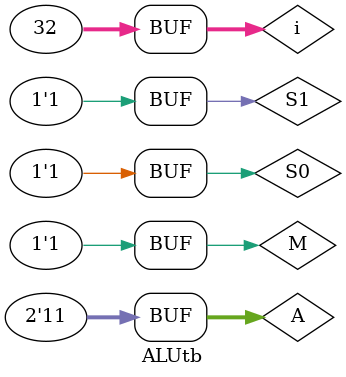
<source format=v>
`timescale 1ns / 1ns


module ALUtb();
  reg M, S1, S0;
  reg [1:0] A;
  wire result;
  integer i;
  
  ALU UUT (
    .M(M),
    .S1(S1),
    .S0(S0),
    .A(A),
    .result(result)
  );

  initial begin
    $dumpfile("ALUtb.vcd");
    $dumpvars(0, ALUtb);
    for(i = 0; i<32;i = i+1)
        begin
        M = i[0];
        S1 = i[1];
        S0 = i[2];
        A[0] = i[3];
        A[1] = i[4];
        #10;
        end
  end
endmodule


</source>
